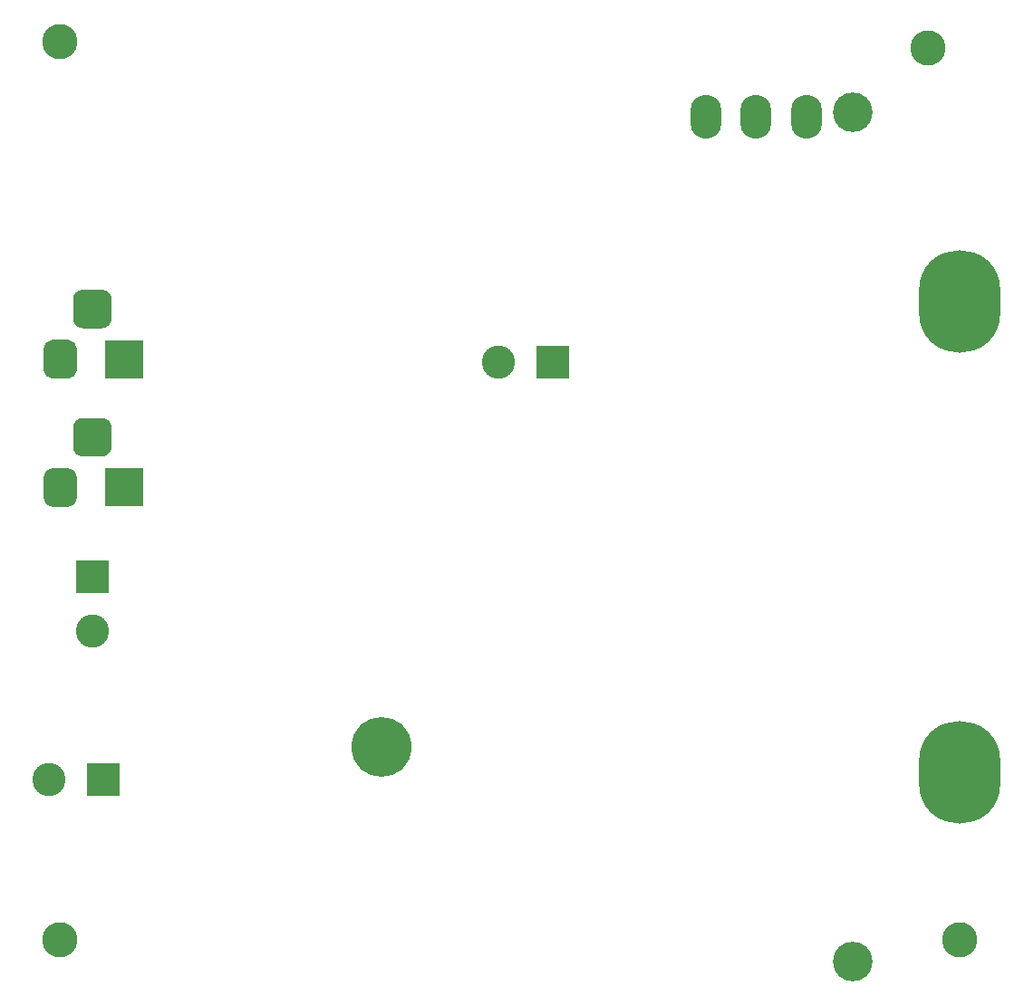
<source format=gbr>
%TF.GenerationSoftware,KiCad,Pcbnew,(5.1.6)-1*%
%TF.CreationDate,2020-10-02T15:43:25+02:00*%
%TF.ProjectId,netzteilegeregelt,6e65747a-7465-4696-9c65-676572656765,rev?*%
%TF.SameCoordinates,Original*%
%TF.FileFunction,Soldermask,Top*%
%TF.FilePolarity,Negative*%
%FSLAX46Y46*%
G04 Gerber Fmt 4.6, Leading zero omitted, Abs format (unit mm)*
G04 Created by KiCad (PCBNEW (5.1.6)-1) date 2020-10-02 15:43:25*
%MOMM*%
%LPD*%
G01*
G04 APERTURE LIST*
%ADD10O,2.900000X4.100000*%
%ADD11C,3.700000*%
%ADD12O,7.600000X9.600000*%
%ADD13C,3.100000*%
%ADD14R,3.100000X3.100000*%
%ADD15R,3.600000X3.600000*%
%ADD16C,3.300000*%
%ADD17C,5.600000*%
G04 APERTURE END LIST*
D10*
%TO.C,SW1*%
X127700000Y-65000000D03*
X123000000Y-65000000D03*
X118300000Y-65000000D03*
%TD*%
D11*
%TO.C,R2*%
X132000000Y-144000000D03*
X132000000Y-64600000D03*
D12*
X142000000Y-82300000D03*
X142000000Y-126300000D03*
%TD*%
D13*
%TO.C,J5*%
X61000000Y-113080000D03*
D14*
X61000000Y-108000000D03*
%TD*%
D13*
%TO.C,J4*%
X56920000Y-127000000D03*
D14*
X62000000Y-127000000D03*
%TD*%
D13*
%TO.C,J3*%
X98920000Y-88000000D03*
D14*
X104000000Y-88000000D03*
%TD*%
%TO.C,J2*%
G36*
G01*
X59200000Y-95900000D02*
X59200000Y-94100000D01*
G75*
G02*
X60100000Y-93200000I900000J0D01*
G01*
X61900000Y-93200000D01*
G75*
G02*
X62800000Y-94100000I0J-900000D01*
G01*
X62800000Y-95900000D01*
G75*
G02*
X61900000Y-96800000I-900000J0D01*
G01*
X60100000Y-96800000D01*
G75*
G02*
X59200000Y-95900000I0J900000D01*
G01*
G37*
G36*
G01*
X56450000Y-100725000D02*
X56450000Y-98675000D01*
G75*
G02*
X57225000Y-97900000I775000J0D01*
G01*
X58775000Y-97900000D01*
G75*
G02*
X59550000Y-98675000I0J-775000D01*
G01*
X59550000Y-100725000D01*
G75*
G02*
X58775000Y-101500000I-775000J0D01*
G01*
X57225000Y-101500000D01*
G75*
G02*
X56450000Y-100725000I0J775000D01*
G01*
G37*
D15*
X64000000Y-99700000D03*
%TD*%
%TO.C,J1*%
G36*
G01*
X59200000Y-83900000D02*
X59200000Y-82100000D01*
G75*
G02*
X60100000Y-81200000I900000J0D01*
G01*
X61900000Y-81200000D01*
G75*
G02*
X62800000Y-82100000I0J-900000D01*
G01*
X62800000Y-83900000D01*
G75*
G02*
X61900000Y-84800000I-900000J0D01*
G01*
X60100000Y-84800000D01*
G75*
G02*
X59200000Y-83900000I0J900000D01*
G01*
G37*
G36*
G01*
X56450000Y-88725000D02*
X56450000Y-86675000D01*
G75*
G02*
X57225000Y-85900000I775000J0D01*
G01*
X58775000Y-85900000D01*
G75*
G02*
X59550000Y-86675000I0J-775000D01*
G01*
X59550000Y-88725000D01*
G75*
G02*
X58775000Y-89500000I-775000J0D01*
G01*
X57225000Y-89500000D01*
G75*
G02*
X56450000Y-88725000I0J775000D01*
G01*
G37*
X64000000Y-87700000D03*
%TD*%
D16*
%TO.C,H4*%
X142000000Y-142000000D03*
%TD*%
%TO.C,H3*%
X58000000Y-58000000D03*
%TD*%
%TO.C,H2*%
X58000000Y-142000000D03*
%TD*%
%TO.C,H1*%
X139040000Y-58575000D03*
%TD*%
D17*
%TO.C,R1*%
X88000000Y-124000000D03*
%TD*%
M02*

</source>
